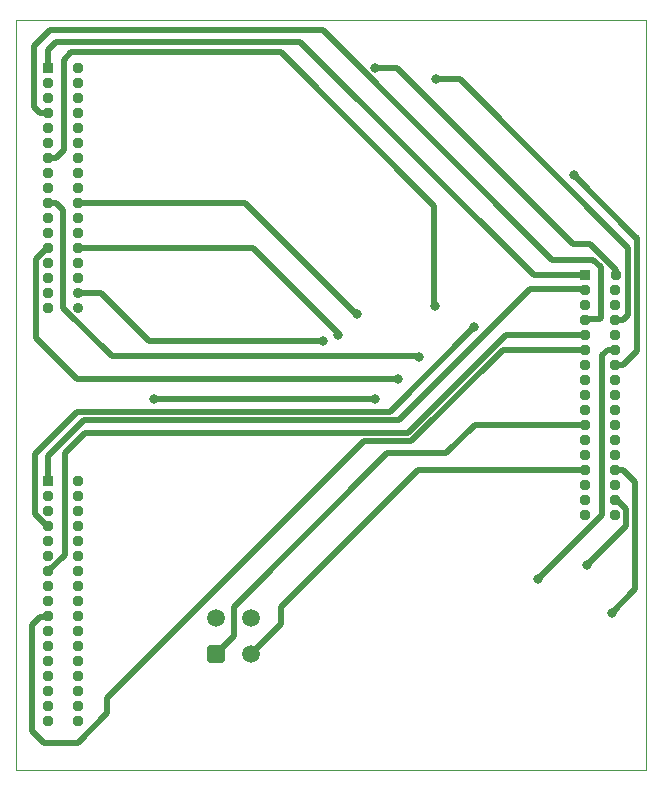
<source format=gbr>
%TF.GenerationSoftware,KiCad,Pcbnew,7.0.7*%
%TF.CreationDate,2023-10-17T22:15:12-05:00*%
%TF.ProjectId,Heater_North_DCT_HSK,48656174-6572-45f4-9e6f-7274685f4443,rev?*%
%TF.SameCoordinates,Original*%
%TF.FileFunction,Copper,L1,Top*%
%TF.FilePolarity,Positive*%
%FSLAX46Y46*%
G04 Gerber Fmt 4.6, Leading zero omitted, Abs format (unit mm)*
G04 Created by KiCad (PCBNEW 7.0.7) date 2023-10-17 22:15:12*
%MOMM*%
%LPD*%
G01*
G04 APERTURE LIST*
G04 Aperture macros list*
%AMRoundRect*
0 Rectangle with rounded corners*
0 $1 Rounding radius*
0 $2 $3 $4 $5 $6 $7 $8 $9 X,Y pos of 4 corners*
0 Add a 4 corners polygon primitive as box body*
4,1,4,$2,$3,$4,$5,$6,$7,$8,$9,$2,$3,0*
0 Add four circle primitives for the rounded corners*
1,1,$1+$1,$2,$3*
1,1,$1+$1,$4,$5*
1,1,$1+$1,$6,$7*
1,1,$1+$1,$8,$9*
0 Add four rect primitives between the rounded corners*
20,1,$1+$1,$2,$3,$4,$5,0*
20,1,$1+$1,$4,$5,$6,$7,0*
20,1,$1+$1,$6,$7,$8,$9,0*
20,1,$1+$1,$8,$9,$2,$3,0*%
G04 Aperture macros list end*
%TA.AperFunction,ComponentPad*%
%ADD10R,0.940800X0.940800*%
%TD*%
%TA.AperFunction,ComponentPad*%
%ADD11C,0.940800*%
%TD*%
%TA.AperFunction,ComponentPad*%
%ADD12C,0.890000*%
%TD*%
%TA.AperFunction,ComponentPad*%
%ADD13RoundRect,0.250001X-0.499999X-0.499999X0.499999X-0.499999X0.499999X0.499999X-0.499999X0.499999X0*%
%TD*%
%TA.AperFunction,ComponentPad*%
%ADD14C,1.500000*%
%TD*%
%TA.AperFunction,ViaPad*%
%ADD15C,0.800000*%
%TD*%
%TA.AperFunction,Conductor*%
%ADD16C,0.508000*%
%TD*%
%TA.AperFunction,Profile*%
%ADD17C,0.100000*%
%TD*%
G04 APERTURE END LIST*
D10*
%TO.P,J2,1,Pin_1*%
%TO.N,/HB2_1*%
X104256840Y-89890600D03*
D11*
%TO.P,J2,2,Pin_2*%
%TO.N,/HB2_2*%
X106817160Y-89890600D03*
%TO.P,J2,3,Pin_3*%
%TO.N,unconnected-(J2-Pin_3-Pad3)*%
X104267000Y-91160600D03*
%TO.P,J2,4,Pin_4*%
%TO.N,unconnected-(J2-Pin_4-Pad4)*%
X106807000Y-91160600D03*
%TO.P,J2,5,Pin_5*%
%TO.N,unconnected-(J2-Pin_5-Pad5)*%
X104267000Y-92430600D03*
%TO.P,J2,6,Pin_6*%
%TO.N,unconnected-(J2-Pin_6-Pad6)*%
X106807000Y-92430600D03*
%TO.P,J2,7,Pin_7*%
%TO.N,/HB2_7*%
X104267000Y-93700600D03*
%TO.P,J2,8,Pin_8*%
%TO.N,/HB2_8*%
X106807000Y-93700600D03*
%TO.P,J2,9,Pin_9*%
%TO.N,unconnected-(J2-Pin_9-Pad9)*%
X104267000Y-94970600D03*
%TO.P,J2,10,Pin_10*%
%TO.N,unconnected-(J2-Pin_10-Pad10)*%
X106807000Y-94970600D03*
%TO.P,J2,11,Pin_11*%
%TO.N,unconnected-(J2-Pin_11-Pad11)*%
X104267000Y-96240600D03*
%TO.P,J2,12,Pin_12*%
%TO.N,unconnected-(J2-Pin_12-Pad12)*%
X106807000Y-96240600D03*
%TO.P,J2,13,Pin_13*%
%TO.N,/HB2_13*%
X104267000Y-97510600D03*
%TO.P,J2,14,Pin_14*%
%TO.N,/HB2_14*%
X106807000Y-97510600D03*
%TO.P,J2,15,Pin_15*%
%TO.N,unconnected-(J2-Pin_15-Pad15)*%
X104267000Y-98780600D03*
%TO.P,J2,16,Pin_16*%
%TO.N,unconnected-(J2-Pin_16-Pad16)*%
X106807000Y-98780600D03*
%TO.P,J2,17,Pin_17*%
%TO.N,unconnected-(J2-Pin_17-Pad17)*%
X104267000Y-100050600D03*
%TO.P,J2,18,Pin_18*%
%TO.N,unconnected-(J2-Pin_18-Pad18)*%
X106807000Y-100050600D03*
%TO.P,J2,19,Pin_19*%
%TO.N,/HB2_19*%
X104267000Y-101320600D03*
%TO.P,J2,20,Pin_20*%
%TO.N,/HB2_20*%
X106807000Y-101320600D03*
%TO.P,J2,21,Pin_21*%
%TO.N,unconnected-(J2-Pin_21-Pad21)*%
X104267000Y-102590600D03*
%TO.P,J2,22,Pin_22*%
%TO.N,unconnected-(J2-Pin_22-Pad22)*%
X106807000Y-102590600D03*
%TO.P,J2,23,Pin_23*%
%TO.N,unconnected-(J2-Pin_23-Pad23)*%
X104267000Y-103860600D03*
%TO.P,J2,24,Pin_24*%
%TO.N,unconnected-(J2-Pin_24-Pad24)*%
X106807000Y-103860600D03*
%TO.P,J2,25,Pin_25*%
%TO.N,unconnected-(J2-Pin_25-Pad25)*%
X104267000Y-105130600D03*
%TO.P,J2,26,Pin_26*%
%TO.N,unconnected-(J2-Pin_26-Pad26)*%
X106807000Y-105130600D03*
%TO.P,J2,27,Pin_27*%
%TO.N,unconnected-(J2-Pin_27-Pad27)*%
X104267000Y-106400600D03*
%TO.P,J2,28,Pin_28*%
%TO.N,unconnected-(J2-Pin_28-Pad28)*%
X106807000Y-106400600D03*
%TO.P,J2,29,Pin_29*%
%TO.N,unconnected-(J2-Pin_29-Pad29)*%
X104267000Y-107670600D03*
%TO.P,J2,30,Pin_30*%
%TO.N,unconnected-(J2-Pin_30-Pad30)*%
X106807000Y-107670600D03*
%TO.P,J2,31,Pin_31*%
%TO.N,unconnected-(J2-Pin_31-Pad31)*%
X104267000Y-108940600D03*
%TO.P,J2,32,Pin_32*%
%TO.N,unconnected-(J2-Pin_32-Pad32)*%
X106807000Y-108940600D03*
%TO.P,J2,33,Pin_33*%
%TO.N,unconnected-(J2-Pin_33-Pad33)*%
X104267000Y-110210600D03*
%TO.P,J2,34,Pin_34*%
%TO.N,unconnected-(J2-Pin_34-Pad34)*%
X106807000Y-110210600D03*
%TD*%
D10*
%TO.P,J3,1,Pin_1*%
%TO.N,/HB1_1*%
X149773640Y-72390000D03*
D11*
%TO.P,J3,2,Pin_2*%
%TO.N,/HB1_2*%
X152333960Y-72390000D03*
%TO.P,J3,3,Pin_3*%
%TO.N,/HB2_1*%
X149783800Y-73660000D03*
%TO.P,J3,4,Pin_4*%
%TO.N,/HB2_2*%
X152323800Y-73660000D03*
%TO.P,J3,5,Pin_5*%
%TO.N,/HB2_7*%
X149783800Y-74930000D03*
%TO.P,J3,6,Pin_6*%
%TO.N,/HB2_8*%
X152323800Y-74930000D03*
%TO.P,J3,7,Pin_7*%
%TO.N,/HB1_7*%
X149783800Y-76200000D03*
%TO.P,J3,8,Pin_8*%
%TO.N,/HB1_8*%
X152323800Y-76200000D03*
%TO.P,J3,9,Pin_9*%
%TO.N,/HB2_13*%
X149783800Y-77470000D03*
%TO.P,J3,10,Pin_10*%
%TO.N,/HB2_14*%
X152323800Y-77470000D03*
%TO.P,J3,11,Pin_11*%
%TO.N,/HB2_19*%
X149783800Y-78740000D03*
%TO.P,J3,12,Pin_12*%
%TO.N,/HB2_20*%
X152323800Y-78740000D03*
%TO.P,J3,13,Pin_13*%
%TO.N,/HB1_13*%
X149783800Y-80010000D03*
%TO.P,J3,14,Pin_14*%
%TO.N,/HB1_14*%
X152323800Y-80010000D03*
%TO.P,J3,15,Pin_15*%
%TO.N,unconnected-(J3-Pin_15-Pad15)*%
X149783800Y-81280000D03*
%TO.P,J3,16,Pin_16*%
%TO.N,unconnected-(J3-Pin_16-Pad16)*%
X152323800Y-81280000D03*
%TO.P,J3,17,Pin_17*%
%TO.N,unconnected-(J3-Pin_17-Pad17)*%
X149783800Y-82550000D03*
%TO.P,J3,18,Pin_18*%
%TO.N,unconnected-(J3-Pin_18-Pad18)*%
X152323800Y-82550000D03*
%TO.P,J3,19,Pin_19*%
%TO.N,/HB1_19*%
X149783800Y-83820000D03*
%TO.P,J3,20,Pin_20*%
%TO.N,/HB1_20*%
X152323800Y-83820000D03*
%TO.P,J3,21,Pin_21*%
%TO.N,/SpareN1+*%
X149783800Y-85090000D03*
%TO.P,J3,22,Pin_22*%
%TO.N,/SpareN1-*%
X152323800Y-85090000D03*
%TO.P,J3,23,Pin_23*%
%TO.N,unconnected-(J3-Pin_23-Pad23)*%
X149783800Y-86360000D03*
%TO.P,J3,24,Pin_24*%
%TO.N,unconnected-(J3-Pin_24-Pad24)*%
X152323800Y-86360000D03*
%TO.P,J3,25,Pin_25*%
%TO.N,/HB1_25*%
X149783800Y-87630000D03*
%TO.P,J3,26,Pin_26*%
%TO.N,/HB1_26*%
X152323800Y-87630000D03*
%TO.P,J3,27,Pin_27*%
%TO.N,/SpareN2+*%
X149783800Y-88900000D03*
%TO.P,J3,28,Pin_28*%
%TO.N,/SpareN2-*%
X152323800Y-88900000D03*
%TO.P,J3,29,Pin_29*%
%TO.N,unconnected-(J3-Pin_29-Pad29)*%
X149783800Y-90170000D03*
%TO.P,J3,30,Pin_30*%
%TO.N,unconnected-(J3-Pin_30-Pad30)*%
X152323800Y-90170000D03*
%TO.P,J3,31,Pin_31*%
%TO.N,/HB1_31*%
X149783800Y-91440000D03*
%TO.P,J3,32,Pin_32*%
%TO.N,/HB1_32*%
X152323800Y-91440000D03*
%TO.P,J3,33,Pin_33*%
%TO.N,unconnected-(J3-Pin_33-Pad33)*%
X149783800Y-92710000D03*
%TO.P,J3,34,Pin_34*%
%TO.N,unconnected-(J3-Pin_34-Pad34)*%
X152323800Y-92710000D03*
%TD*%
D10*
%TO.P,J1,1,Pin_1*%
%TO.N,/HB1_1*%
X104256840Y-54864000D03*
D11*
%TO.P,J1,2,Pin_2*%
%TO.N,/HB1_2*%
X106817160Y-54864000D03*
%TO.P,J1,3,Pin_3*%
%TO.N,unconnected-(J1-Pin_3-Pad3)*%
X104267000Y-56134000D03*
%TO.P,J1,4,Pin_4*%
%TO.N,unconnected-(J1-Pin_4-Pad4)*%
X106807000Y-56134000D03*
%TO.P,J1,5,Pin_5*%
%TO.N,unconnected-(J1-Pin_5-Pad5)*%
X104267000Y-57404000D03*
%TO.P,J1,6,Pin_6*%
%TO.N,unconnected-(J1-Pin_6-Pad6)*%
X106807000Y-57404000D03*
%TO.P,J1,7,Pin_7*%
%TO.N,/HB1_7*%
X104267000Y-58674000D03*
%TO.P,J1,8,Pin_8*%
%TO.N,/HB1_8*%
X106807000Y-58674000D03*
%TO.P,J1,9,Pin_9*%
%TO.N,unconnected-(J1-Pin_9-Pad9)*%
X104267000Y-59944000D03*
%TO.P,J1,10,Pin_10*%
%TO.N,unconnected-(J1-Pin_10-Pad10)*%
X106807000Y-59944000D03*
%TO.P,J1,11,Pin_11*%
%TO.N,unconnected-(J1-Pin_11-Pad11)*%
X104267000Y-61214000D03*
%TO.P,J1,12,Pin_12*%
%TO.N,unconnected-(J1-Pin_12-Pad12)*%
X106807000Y-61214000D03*
%TO.P,J1,13,Pin_13*%
%TO.N,/HB1_13*%
X104267000Y-62484000D03*
%TO.P,J1,14,Pin_14*%
%TO.N,/HB1_14*%
X106807000Y-62484000D03*
%TO.P,J1,15,Pin_15*%
%TO.N,unconnected-(J1-Pin_15-Pad15)*%
X104267000Y-63754000D03*
%TO.P,J1,16,Pin_16*%
%TO.N,unconnected-(J1-Pin_16-Pad16)*%
X106807000Y-63754000D03*
%TO.P,J1,17,Pin_17*%
%TO.N,unconnected-(J1-Pin_17-Pad17)*%
X104267000Y-65024000D03*
%TO.P,J1,18,Pin_18*%
%TO.N,unconnected-(J1-Pin_18-Pad18)*%
X106807000Y-65024000D03*
%TO.P,J1,19,Pin_19*%
%TO.N,/HB1_19*%
X104267000Y-66294000D03*
%TO.P,J1,20,Pin_20*%
%TO.N,/HB1_20*%
X106807000Y-66294000D03*
%TO.P,J1,21,Pin_21*%
%TO.N,unconnected-(J1-Pin_21-Pad21)*%
X104267000Y-67564000D03*
%TO.P,J1,22,Pin_22*%
%TO.N,unconnected-(J1-Pin_22-Pad22)*%
X106807000Y-67564000D03*
%TO.P,J1,23,Pin_23*%
%TO.N,unconnected-(J1-Pin_23-Pad23)*%
X104267000Y-68834000D03*
%TO.P,J1,24,Pin_24*%
%TO.N,unconnected-(J1-Pin_24-Pad24)*%
X106807000Y-68834000D03*
%TO.P,J1,25,Pin_25*%
%TO.N,/HB1_25*%
X104267000Y-70104000D03*
%TO.P,J1,26,Pin_26*%
%TO.N,/HB1_26*%
X106807000Y-70104000D03*
%TO.P,J1,27,Pin_27*%
%TO.N,unconnected-(J1-Pin_27-Pad27)*%
X104267000Y-71374000D03*
%TO.P,J1,28,Pin_28*%
%TO.N,unconnected-(J1-Pin_28-Pad28)*%
X106807000Y-71374000D03*
%TO.P,J1,29,Pin_29*%
%TO.N,unconnected-(J1-Pin_29-Pad29)*%
X104267000Y-72644000D03*
%TO.P,J1,30,Pin_30*%
%TO.N,unconnected-(J1-Pin_30-Pad30)*%
X106807000Y-72644000D03*
%TO.P,J1,31,Pin_31*%
%TO.N,/HB1_31*%
X104267000Y-73914000D03*
D12*
%TO.P,J1,32,Pin_32*%
%TO.N,/HB1_32*%
X106807000Y-73914000D03*
D11*
%TO.P,J1,33,Pin_33*%
%TO.N,unconnected-(J1-Pin_33-Pad33)*%
X104267000Y-75184000D03*
D12*
%TO.P,J1,34,Pin_34*%
%TO.N,unconnected-(J1-Pin_34-Pad34)*%
X106807000Y-75184000D03*
%TD*%
D13*
%TO.P,J4,1,Pin_1*%
%TO.N,/SpareN1+*%
X118500000Y-104500000D03*
D14*
%TO.P,J4,2,Pin_2*%
%TO.N,/SpareN2+*%
X121500000Y-104500000D03*
%TO.P,J4,3,Pin_3*%
%TO.N,/SpareN1-*%
X118500000Y-101500000D03*
%TO.P,J4,4,Pin_4*%
%TO.N,/SpareN2-*%
X121500000Y-101500000D03*
%TD*%
D15*
%TO.N,/HB1_2*%
X131946916Y-54870084D03*
%TO.N,/HB1_8*%
X137109200Y-55803800D03*
%TO.N,/HB1_13*%
X137002000Y-75005600D03*
%TO.N,/HB1_14*%
X148773400Y-63977000D03*
%TO.N,/HB1_19*%
X135702000Y-79359600D03*
%TO.N,/HB1_20*%
X130402000Y-75717400D03*
%TO.N,/HB1_25*%
X133902000Y-81205600D03*
%TO.N,/HB1_26*%
X128802000Y-77470000D03*
%TO.N,/HB1_31*%
X113257222Y-82905600D03*
X132002000Y-82905600D03*
%TO.N,/HB1_32*%
X149902000Y-97005600D03*
X127602000Y-78005600D03*
%TO.N,/HB2_7*%
X140379200Y-76828400D03*
%TO.N,/HB2_20*%
X145762000Y-98145600D03*
%TO.N,/SpareN2-*%
X152000000Y-101000000D03*
%TD*%
D16*
%TO.N,/HB1_1*%
X149773640Y-72390000D02*
X145389600Y-72390000D01*
X104256840Y-53350160D02*
X104256840Y-54864000D01*
X125653800Y-52654200D02*
X104952800Y-52654200D01*
X104952800Y-52654200D02*
X104256840Y-53350160D01*
X145389600Y-72390000D02*
X125653800Y-52654200D01*
%TO.N,/HB1_2*%
X152333960Y-72007656D02*
X152333960Y-72390000D01*
X148742400Y-69799200D02*
X150125504Y-69799200D01*
X150125504Y-69799200D02*
X152333960Y-72007656D01*
X133813284Y-54870084D02*
X148742400Y-69799200D01*
X131946916Y-54870084D02*
X133813284Y-54870084D01*
%TO.N,/HB1_7*%
X151104600Y-76022200D02*
X151104600Y-71779560D01*
X104419400Y-51714400D02*
X103124000Y-53009800D01*
X127584200Y-51714400D02*
X104419400Y-51714400D01*
X150446240Y-71121200D02*
X146991000Y-71121200D01*
X103124000Y-58196246D02*
X103601754Y-58674000D01*
X150938577Y-76188223D02*
X151104600Y-76022200D01*
X151104600Y-71779560D02*
X150446240Y-71121200D01*
X149864623Y-76188223D02*
X150938577Y-76188223D01*
X146991000Y-71121200D02*
X127584200Y-51714400D01*
X103601754Y-58674000D02*
X104267000Y-58674000D01*
X103124000Y-53009800D02*
X103124000Y-58196246D01*
%TO.N,/HB1_8*%
X137109200Y-55803800D02*
X139124200Y-55803800D01*
X139124200Y-55803800D02*
X153416000Y-70095600D01*
X153416000Y-70095600D02*
X153416000Y-75773046D01*
X152989046Y-76200000D02*
X152323800Y-76200000D01*
X153416000Y-75773046D02*
X152989046Y-76200000D01*
%TO.N,/HB1_13*%
X104960900Y-62484000D02*
X104267000Y-62484000D01*
X106226000Y-53565400D02*
X105613200Y-54178200D01*
X136982200Y-66548000D02*
X123999600Y-53565400D01*
X123999600Y-53565400D02*
X106226000Y-53565400D01*
X105613200Y-61831700D02*
X104960900Y-62484000D01*
X137002000Y-75005600D02*
X136982200Y-74985800D01*
X136982200Y-74985800D02*
X136982200Y-66548000D01*
X105613200Y-54178200D02*
X105613200Y-61831700D01*
%TO.N,/HB1_14*%
X154124000Y-78875046D02*
X152989046Y-80010000D01*
X153993100Y-69196700D02*
X154124000Y-69327600D01*
X154124000Y-69327600D02*
X154124000Y-78875046D01*
X153993100Y-69196700D02*
X154178000Y-69381600D01*
X152989046Y-80010000D02*
X152323800Y-80010000D01*
X148773400Y-63977000D02*
X153993100Y-69196700D01*
%TO.N,/HB1_19*%
X135702000Y-79359600D02*
X135648000Y-79305600D01*
X105537000Y-75185378D02*
X105537000Y-66903600D01*
X135648000Y-79305600D02*
X109657222Y-79305600D01*
X104927400Y-66294000D02*
X104267000Y-66294000D01*
X105537000Y-66903600D02*
X104927400Y-66294000D01*
X109657222Y-79305600D02*
X105537000Y-75185378D01*
%TO.N,/HB1_20*%
X130402000Y-75717400D02*
X130352800Y-75717400D01*
X120929400Y-66294000D02*
X106807000Y-66294000D01*
X130352800Y-75717400D02*
X120929400Y-66294000D01*
%TO.N,/HB1_25*%
X106702000Y-81205600D02*
X103225600Y-77729200D01*
X103225600Y-77729200D02*
X103225600Y-71108100D01*
X133902000Y-81205600D02*
X106702000Y-81205600D01*
X103225600Y-71108100D02*
X104229700Y-70104000D01*
X104229700Y-70104000D02*
X104267000Y-70104000D01*
%TO.N,/HB1_26*%
X121615200Y-70154800D02*
X106857800Y-70154800D01*
X128802000Y-77341600D02*
X121615200Y-70154800D01*
X128802000Y-77470000D02*
X128802000Y-77341600D01*
X106857800Y-70154800D02*
X106807000Y-70104000D01*
%TO.N,/HB1_31*%
X113257222Y-82905600D02*
X132002000Y-82905600D01*
%TO.N,/HB1_32*%
X127602000Y-78005600D02*
X112854400Y-78005600D01*
X112854400Y-78005600D02*
X108762800Y-73914000D01*
X153248200Y-93659400D02*
X153248200Y-92271800D01*
X108762800Y-73914000D02*
X106807000Y-73914000D01*
X149902000Y-97005600D02*
X153248200Y-93659400D01*
X153248200Y-92271800D02*
X152416400Y-91440000D01*
%TO.N,/HB2_1*%
X107286000Y-84721600D02*
X104256840Y-87750760D01*
X133986000Y-84721600D02*
X107286000Y-84721600D01*
X104256840Y-87750760D02*
X104256840Y-89890600D01*
X149783800Y-73660000D02*
X149733000Y-73609200D01*
X149733000Y-73609200D02*
X145098400Y-73609200D01*
X145098400Y-73609200D02*
X133986000Y-84721600D01*
%TO.N,/HB2_7*%
X133194000Y-84013600D02*
X106706000Y-84013600D01*
X140379200Y-76828400D02*
X133194000Y-84013600D01*
X103174800Y-92645700D02*
X104229700Y-93700600D01*
X104229700Y-93700600D02*
X104267000Y-93700600D01*
X106706000Y-84013600D02*
X103174800Y-87544800D01*
X103174800Y-87544800D02*
X103174800Y-92645700D01*
%TO.N,/HB2_13*%
X105714800Y-87492800D02*
X105714800Y-96100100D01*
X134716400Y-85791200D02*
X107416400Y-85791200D01*
X107416400Y-85791200D02*
X105714800Y-87492800D01*
X104304300Y-97510600D02*
X104267000Y-97510600D01*
X149783800Y-77470000D02*
X143037600Y-77470000D01*
X143037600Y-77470000D02*
X134716400Y-85791200D01*
X105714800Y-96100100D02*
X104304300Y-97510600D01*
%TO.N,/HB2_19*%
X109296200Y-109500000D02*
X106782200Y-112014000D01*
X106782200Y-112014000D02*
X103925246Y-112014000D01*
X102917246Y-102060754D02*
X103632000Y-101346000D01*
X103632000Y-101346000D02*
X104297246Y-101346000D01*
X149783800Y-78740000D02*
X142768864Y-78740000D01*
X109296200Y-108203800D02*
X109296200Y-109500000D01*
X103925246Y-112014000D02*
X102917246Y-111006000D01*
X102917246Y-111006000D02*
X102917246Y-102060754D01*
X131000800Y-86499200D02*
X109296200Y-108203800D01*
X142768864Y-78740000D02*
X135009663Y-86499200D01*
X135009663Y-86499200D02*
X131000800Y-86499200D01*
%TO.N,/HB2_20*%
X151688800Y-78740000D02*
X152323800Y-78740000D01*
X145762000Y-98145600D02*
X151206200Y-92701400D01*
X151206200Y-92701400D02*
X151206200Y-79222600D01*
X151206200Y-79222600D02*
X151688800Y-78740000D01*
%TO.N,/SpareN1+*%
X120000000Y-100500000D02*
X133000000Y-87500000D01*
X138000000Y-87500000D02*
X140410000Y-85090000D01*
X133000000Y-87500000D02*
X138000000Y-87500000D01*
X118500000Y-104500000D02*
X120000000Y-103000000D01*
X120000000Y-103000000D02*
X120000000Y-100500000D01*
X140410000Y-85090000D02*
X149783800Y-85090000D01*
%TO.N,/SpareN2+*%
X135600000Y-88900000D02*
X149783800Y-88900000D01*
X124000000Y-100500000D02*
X135600000Y-88900000D01*
X121500000Y-104500000D02*
X124000000Y-102000000D01*
X124000000Y-102000000D02*
X124000000Y-100500000D01*
%TO.N,/SpareN2-*%
X154000000Y-89910954D02*
X152989046Y-88900000D01*
X152000000Y-101000000D02*
X154000000Y-99000000D01*
X152989046Y-88900000D02*
X152323800Y-88900000D01*
X154000000Y-99000000D02*
X154000000Y-89910954D01*
%TD*%
D17*
X101600000Y-50800000D02*
X154940000Y-50800000D01*
X154940000Y-114300000D01*
X101600000Y-114300000D01*
X101600000Y-50800000D01*
M02*

</source>
